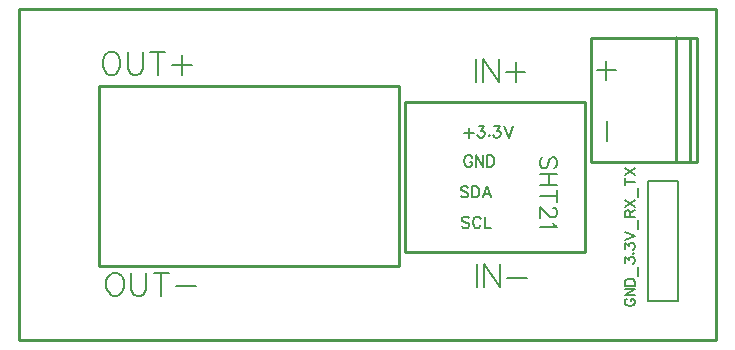
<source format=gto>
G04 Layer: TopSilkscreenLayer*
G04 EasyEDA v6.5.38, 2023-11-23 17:22:46*
G04 1afb102ce3c94d729b8c5533a6be374a,15c74d7bfa284007874df21313af148a,10*
G04 Gerber Generator version 0.2*
G04 Scale: 100 percent, Rotated: No, Reflected: No *
G04 Dimensions in millimeters *
G04 leading zeros omitted , absolute positions ,4 integer and 5 decimal *
%FSLAX45Y45*%
%MOMM*%

%ADD10C,0.2032*%
%ADD11C,0.1524*%
%ADD12C,0.1501*%
%ADD13C,0.2030*%
%ADD14C,0.2540*%
%ADD15C,0.0128*%

%LPD*%
D10*
X565376Y2240742D02*
G01*
X546834Y2231598D01*
X528543Y2213056D01*
X519145Y2194768D01*
X510001Y2166828D01*
X510001Y2120854D01*
X519145Y2093168D01*
X528543Y2074626D01*
X546834Y2056084D01*
X565376Y2046940D01*
X602460Y2046940D01*
X620745Y2056084D01*
X639287Y2074626D01*
X648434Y2093168D01*
X657829Y2120854D01*
X657829Y2166828D01*
X648434Y2194768D01*
X639287Y2213056D01*
X620745Y2231598D01*
X602460Y2240742D01*
X565376Y2240742D01*
X718789Y2240742D02*
G01*
X718789Y2102312D01*
X727933Y2074626D01*
X746475Y2056084D01*
X774161Y2046940D01*
X792703Y2046940D01*
X820389Y2056084D01*
X838934Y2074626D01*
X848075Y2102312D01*
X848075Y2240742D01*
X973551Y2240742D02*
G01*
X973551Y2046940D01*
X909035Y2240742D02*
G01*
X1038321Y2240742D01*
X1182339Y2213056D02*
G01*
X1182339Y2046940D01*
X1099284Y2129998D02*
G01*
X1265651Y2129998D01*
X595373Y370740D02*
G01*
X576831Y361596D01*
X558543Y343054D01*
X549145Y324766D01*
X540001Y296826D01*
X540001Y250852D01*
X549145Y223166D01*
X558543Y204624D01*
X576831Y186082D01*
X595373Y176938D01*
X632457Y176938D01*
X650745Y186082D01*
X669287Y204624D01*
X678431Y223166D01*
X687829Y250852D01*
X687829Y296826D01*
X678431Y324766D01*
X669287Y343054D01*
X650745Y361596D01*
X632457Y370740D01*
X595373Y370740D01*
X748789Y370740D02*
G01*
X748789Y232310D01*
X757933Y204624D01*
X776475Y186082D01*
X804161Y176938D01*
X822703Y176938D01*
X850389Y186082D01*
X868931Y204624D01*
X878075Y232310D01*
X878075Y370740D01*
X1003551Y370740D02*
G01*
X1003551Y176938D01*
X939035Y370740D02*
G01*
X1068321Y370740D01*
X1129281Y259996D02*
G01*
X1295651Y259996D01*
X3670002Y2180742D02*
G01*
X3670002Y1986940D01*
X3730962Y2180742D02*
G01*
X3730962Y1986940D01*
X3730962Y2180742D02*
G01*
X3860248Y1986940D01*
X3860248Y2180742D02*
G01*
X3860248Y1986940D01*
X4004266Y2153056D02*
G01*
X4004266Y1986940D01*
X3921208Y2069998D02*
G01*
X4087578Y2069998D01*
X3680002Y440740D02*
G01*
X3680002Y246938D01*
X3740965Y440740D02*
G01*
X3740965Y246938D01*
X3740965Y440740D02*
G01*
X3870248Y246938D01*
X3870248Y440740D02*
G01*
X3870248Y246938D01*
X3931211Y329996D02*
G01*
X4097581Y329996D01*
X4773211Y2167394D02*
G01*
X4773211Y2001024D01*
X4689899Y2084336D02*
G01*
X4856269Y2084336D01*
X4775906Y1490032D02*
G01*
X4775906Y1656148D01*
D11*
X4949672Y151290D02*
G01*
X4941544Y147226D01*
X4933162Y139098D01*
X4929098Y130970D01*
X4929098Y114460D01*
X4933162Y106332D01*
X4941544Y98204D01*
X4949672Y94140D01*
X4961864Y90076D01*
X4982438Y90076D01*
X4994630Y94140D01*
X5002758Y98204D01*
X5010886Y106332D01*
X5015204Y114460D01*
X5015204Y130970D01*
X5010886Y139098D01*
X5002758Y147226D01*
X4994630Y151290D01*
X4982438Y151290D01*
X4982438Y130970D02*
G01*
X4982438Y151290D01*
X4929098Y178468D02*
G01*
X5015204Y178468D01*
X4929098Y178468D02*
G01*
X5015204Y235618D01*
X4929098Y235618D02*
G01*
X5015204Y235618D01*
X4929098Y262542D02*
G01*
X5015204Y262542D01*
X4929098Y262542D02*
G01*
X4929098Y291244D01*
X4933162Y303436D01*
X4941544Y311818D01*
X4949672Y315882D01*
X4961864Y319946D01*
X4982438Y319946D01*
X4994630Y315882D01*
X5002758Y311818D01*
X5010886Y303436D01*
X5015204Y291244D01*
X5015204Y262542D01*
X5043652Y346870D02*
G01*
X5043652Y420530D01*
X4929098Y455836D02*
G01*
X4929098Y500794D01*
X4961864Y476156D01*
X4961864Y488348D01*
X4965928Y496730D01*
X4969992Y500794D01*
X4982438Y504858D01*
X4990566Y504858D01*
X5002758Y500794D01*
X5010886Y492666D01*
X5015204Y480220D01*
X5015204Y468028D01*
X5010886Y455836D01*
X5006822Y451518D01*
X4998694Y447454D01*
X4994630Y535846D02*
G01*
X4998694Y531782D01*
X5002758Y535846D01*
X4998694Y539910D01*
X4994630Y535846D01*
X4929098Y575216D02*
G01*
X4929098Y620174D01*
X4961864Y595536D01*
X4961864Y607982D01*
X4965928Y616110D01*
X4969992Y620174D01*
X4982438Y624238D01*
X4990566Y624238D01*
X5002758Y620174D01*
X5010886Y612046D01*
X5015204Y599600D01*
X5015204Y587408D01*
X5010886Y575216D01*
X5006822Y571152D01*
X4998694Y567088D01*
X4929098Y651162D02*
G01*
X5015204Y683928D01*
X4929098Y716694D02*
G01*
X5015204Y683928D01*
X5043652Y743618D02*
G01*
X5043652Y817278D01*
X4929098Y844456D02*
G01*
X5015204Y844456D01*
X4929098Y844456D02*
G01*
X4929098Y881286D01*
X4933162Y893478D01*
X4937480Y897542D01*
X4945608Y901606D01*
X4953736Y901606D01*
X4961864Y897542D01*
X4965928Y893478D01*
X4969992Y881286D01*
X4969992Y844456D01*
X4969992Y872904D02*
G01*
X5015204Y901606D01*
X4929098Y928530D02*
G01*
X5015204Y985934D01*
X4929098Y985934D02*
G01*
X5015204Y928530D01*
X5043652Y1012858D02*
G01*
X5043652Y1086518D01*
X4929098Y1142144D02*
G01*
X5015204Y1142144D01*
X4929098Y1113442D02*
G01*
X4929098Y1170846D01*
X4929098Y1197770D02*
G01*
X5015204Y1255174D01*
X4929098Y1255174D02*
G01*
X5015204Y1197770D01*
D12*
X3610897Y1597380D02*
G01*
X3610897Y1515338D01*
X3570003Y1556486D02*
G01*
X3651791Y1556486D01*
X3690907Y1610842D02*
G01*
X3740945Y1610842D01*
X3713513Y1574520D01*
X3727229Y1574520D01*
X3736373Y1569948D01*
X3740945Y1565376D01*
X3745517Y1551914D01*
X3745517Y1542770D01*
X3740945Y1529054D01*
X3731801Y1519910D01*
X3718085Y1515338D01*
X3704623Y1515338D01*
X3690907Y1519910D01*
X3686335Y1524482D01*
X3681763Y1533626D01*
X3780061Y1538198D02*
G01*
X3775489Y1533626D01*
X3780061Y1529054D01*
X3784633Y1533626D01*
X3780061Y1538198D01*
X3823749Y1610842D02*
G01*
X3873533Y1610842D01*
X3846355Y1574520D01*
X3860071Y1574520D01*
X3869215Y1569948D01*
X3873533Y1565376D01*
X3878105Y1551914D01*
X3878105Y1542770D01*
X3873533Y1529054D01*
X3864643Y1519910D01*
X3850927Y1515338D01*
X3837211Y1515338D01*
X3823749Y1519910D01*
X3819177Y1524482D01*
X3814605Y1533626D01*
X3908077Y1610842D02*
G01*
X3944653Y1515338D01*
X3980975Y1610842D02*
G01*
X3944653Y1515338D01*
X3638075Y1341752D02*
G01*
X3633757Y1350896D01*
X3624613Y1360040D01*
X3615469Y1364612D01*
X3597181Y1364612D01*
X3588291Y1360040D01*
X3579147Y1350896D01*
X3574575Y1341752D01*
X3570003Y1328290D01*
X3570003Y1305430D01*
X3574575Y1291714D01*
X3579147Y1282824D01*
X3588291Y1273680D01*
X3597181Y1269108D01*
X3615469Y1269108D01*
X3624613Y1273680D01*
X3633757Y1282824D01*
X3638075Y1291714D01*
X3638075Y1305430D01*
X3615469Y1305430D02*
G01*
X3638075Y1305430D01*
X3668301Y1364612D02*
G01*
X3668301Y1269108D01*
X3668301Y1364612D02*
G01*
X3731801Y1269108D01*
X3731801Y1364612D02*
G01*
X3731801Y1269108D01*
X3761773Y1364612D02*
G01*
X3761773Y1269108D01*
X3761773Y1364612D02*
G01*
X3793523Y1364612D01*
X3807239Y1360040D01*
X3816383Y1350896D01*
X3820955Y1341752D01*
X3825527Y1328290D01*
X3825527Y1305430D01*
X3820955Y1291714D01*
X3816383Y1282824D01*
X3807239Y1273680D01*
X3793523Y1269108D01*
X3761773Y1269108D01*
X3613767Y830900D02*
G01*
X3604623Y840044D01*
X3590907Y844616D01*
X3572619Y844616D01*
X3559157Y840044D01*
X3550013Y830900D01*
X3550013Y821756D01*
X3554585Y812612D01*
X3559157Y808294D01*
X3568301Y803722D01*
X3595479Y794578D01*
X3604623Y790006D01*
X3609195Y785434D01*
X3613767Y776290D01*
X3613767Y762828D01*
X3604623Y753684D01*
X3590907Y749112D01*
X3572619Y749112D01*
X3559157Y753684D01*
X3550013Y762828D01*
X3711811Y821756D02*
G01*
X3707239Y830900D01*
X3698095Y840044D01*
X3689205Y844616D01*
X3670917Y844616D01*
X3661773Y840044D01*
X3652629Y830900D01*
X3648311Y821756D01*
X3643739Y808294D01*
X3643739Y785434D01*
X3648311Y771718D01*
X3652629Y762828D01*
X3661773Y753684D01*
X3670917Y749112D01*
X3689205Y749112D01*
X3698095Y753684D01*
X3707239Y762828D01*
X3711811Y771718D01*
X3741783Y844616D02*
G01*
X3741783Y749112D01*
X3741783Y749112D02*
G01*
X3796393Y749112D01*
X3603744Y1090886D02*
G01*
X3594600Y1100030D01*
X3580884Y1104602D01*
X3562596Y1104602D01*
X3549134Y1100030D01*
X3539990Y1090886D01*
X3539990Y1081742D01*
X3544562Y1072598D01*
X3549134Y1068280D01*
X3558278Y1063708D01*
X3585456Y1054564D01*
X3594600Y1049992D01*
X3599172Y1045420D01*
X3603744Y1036276D01*
X3603744Y1022814D01*
X3594600Y1013670D01*
X3580884Y1009098D01*
X3562596Y1009098D01*
X3549134Y1013670D01*
X3539990Y1022814D01*
X3633716Y1104602D02*
G01*
X3633716Y1009098D01*
X3633716Y1104602D02*
G01*
X3665466Y1104602D01*
X3679182Y1100030D01*
X3688072Y1090886D01*
X3692644Y1081742D01*
X3697216Y1068280D01*
X3697216Y1045420D01*
X3692644Y1031704D01*
X3688072Y1022814D01*
X3679182Y1013670D01*
X3665466Y1009098D01*
X3633716Y1009098D01*
X3763510Y1104602D02*
G01*
X3727188Y1009098D01*
X3763510Y1104602D02*
G01*
X3800086Y1009098D01*
X3740904Y1040848D02*
G01*
X3786370Y1040848D01*
D10*
X4331469Y1254498D02*
G01*
X4344931Y1268214D01*
X4351789Y1288534D01*
X4351789Y1315966D01*
X4344931Y1336286D01*
X4331469Y1350002D01*
X4317753Y1350002D01*
X4304037Y1343144D01*
X4297179Y1336286D01*
X4290575Y1322824D01*
X4276859Y1281930D01*
X4270001Y1268214D01*
X4263143Y1261356D01*
X4249427Y1254498D01*
X4229107Y1254498D01*
X4215391Y1268214D01*
X4208533Y1288534D01*
X4208533Y1315966D01*
X4215391Y1336286D01*
X4229107Y1350002D01*
X4351789Y1209540D02*
G01*
X4208533Y1209540D01*
X4351789Y1114036D02*
G01*
X4208533Y1114036D01*
X4283717Y1209540D02*
G01*
X4283717Y1114036D01*
X4351789Y1021326D02*
G01*
X4208533Y1021326D01*
X4351789Y1069078D02*
G01*
X4351789Y973574D01*
X4317753Y921758D02*
G01*
X4324611Y921758D01*
X4338073Y914900D01*
X4344931Y908296D01*
X4351789Y894580D01*
X4351789Y867402D01*
X4344931Y853686D01*
X4338073Y846828D01*
X4324611Y839970D01*
X4310895Y839970D01*
X4297179Y846828D01*
X4276859Y860544D01*
X4208533Y928616D01*
X4208533Y833112D01*
X4324611Y788154D02*
G01*
X4331469Y774438D01*
X4351789Y754118D01*
X4208533Y754118D01*
X5123002Y1148001D02*
G01*
X5377002Y1148001D01*
X5377002Y132001D01*
X5123002Y132001D01*
X5123002Y322501D01*
D13*
X5123002Y1148001D02*
G01*
X5123002Y322501D01*
D14*
X5543064Y1309479D02*
G01*
X4643066Y1309479D01*
X5540067Y2359464D02*
G01*
X4640069Y2359464D01*
X5543064Y2359464D02*
G01*
X5543064Y1309479D01*
X5360083Y2362461D02*
G01*
X5360083Y1312476D01*
X5483070Y2359464D02*
G01*
X5483070Y1309479D01*
X4640069Y2359464D02*
G01*
X4640069Y1309479D01*
X3019000Y429000D02*
G01*
X479000Y429000D01*
X479000Y1953000D01*
X3019000Y1953000D01*
X3019000Y429000D01*
X3070001Y550001D02*
G01*
X3070001Y1820001D01*
X4594001Y1820001D01*
X4594001Y550001D01*
X3070001Y550001D01*
X-200002Y2599994D02*
G01*
X5700011Y2599994D01*
X5700011Y-199999D01*
X-200002Y-199999D01*
X-200002Y2599994D01*
M02*

</source>
